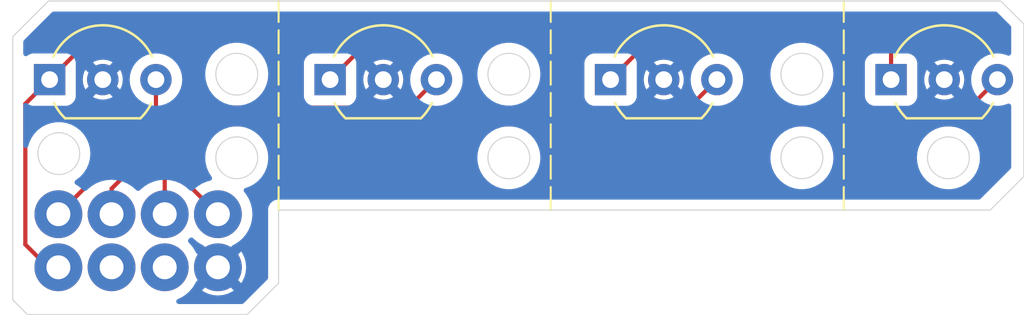
<source format=kicad_pcb>
(kicad_pcb (version 20240108) (generator "pcbnew") (generator_version "8.0")
  (layers (0 "F.Cu" signal) (31 "B.Cu" signal) (34 "B.Paste" user) (35 "F.Paste" user) (36 "B.SilkS" user "B.Silkscreen") (37 "F.SilkS" user "F.Silkscreen") (38 "B.Mask" user) (39 "F.Mask" user) (44 "Edge.Cuts" user))
  (net 0 "")
  (net 1 "+3.3V")
  (net 2 "Net-(J1-Pin_7)")
  (net 3 "Net-(J1-Pin_5)")
  (net 4 "Net-(J1-Pin_6)")
  (net 7 "GND")
  (net 8 "Net-(J1-Pin_8)")
  (footprint "Package_TO_SOT_THT:TO-92_Inline_Wide" (layer "F.Cu") (at 21.06 22.76)
    (property "Reference" "U4" (hide yes))
    (property "Value" "DRV5055A1xLPGxQ1" (hide yes))
    (fp_line (start 0.74 1.850001) (end 4.34 1.85) (stroke (width 0.12)) (layer "F.SilkS"))
    (fp_arc (start 0.1836 -1.098807) (mid 1.143021 -2.192817) (end 2.54 -2.6) (stroke (width 0.12)) (layer "F.SilkS"))
    (fp_arc (start 0.74 1.850001) (mid 0.446097 1.509328) (end 0.215816 1.122795) (stroke (width 0.12)) (layer "F.SilkS"))
    (fp_arc (start 2.54 -2.6) (mid 3.936979 -2.192818) (end 4.896401 -1.098807) (stroke (width 0.12)) (layer "F.SilkS"))
    (fp_arc (start 4.864184 1.122794) (mid 4.633903 1.509327) (end 4.34 1.85) (stroke (width 0.12)) (layer "F.SilkS"))
    (pad "1" thru_hole rect (at 0 0) (size 1.5 1.5) (drill 0.8) (layers "*.Cu" "*.Mask") (net 1 "+3.3V"))
    (pad "2" thru_hole circle (at 2.54 0) (size 1.5 1.5) (drill 0.8) (layers "*.Cu" "*.Mask") (net 7 "GND"))
    (pad "3" thru_hole circle (at 5.079999 0) (size 1.5 1.5) (drill 0.8) (layers "*.Cu" "*.Mask") (net 8 "Net-(J1-Pin_8)"))
  )
  (footprint "Package_TO_SOT_THT:TO-92_Inline_Wide" (layer "F.Cu") (at 34.46 22.76)
    (property "Reference" "U3" (hide yes))
    (property "Value" "DRV5055A1xLPGxQ1" (hide yes))
    (fp_line (start 0.74 1.850001) (end 4.34 1.85) (stroke (width 0.12)) (layer "F.SilkS"))
    (fp_arc (start 0.1836 -1.098807) (mid 1.143021 -2.192817) (end 2.54 -2.6) (stroke (width 0.12)) (layer "F.SilkS"))
    (fp_arc (start 0.74 1.850001) (mid 0.446097 1.509328) (end 0.215816 1.122795) (stroke (width 0.12)) (layer "F.SilkS"))
    (fp_arc (start 2.54 -2.6) (mid 3.936979 -2.192818) (end 4.896401 -1.098807) (stroke (width 0.12)) (layer "F.SilkS"))
    (fp_arc (start 4.864184 1.122794) (mid 4.633903 1.509327) (end 4.34 1.85) (stroke (width 0.12)) (layer "F.SilkS"))
    (pad "1" thru_hole rect (at 0 0) (size 1.5 1.5) (drill 0.8) (layers "*.Cu" "*.Mask") (net 1 "+3.3V"))
    (pad "2" thru_hole circle (at 2.54 0) (size 1.5 1.5) (drill 0.8) (layers "*.Cu" "*.Mask") (net 7 "GND"))
    (pad "3" thru_hole circle (at 5.079999 0) (size 1.5 1.5) (drill 0.8) (layers "*.Cu" "*.Mask") (net 2 "Net-(J1-Pin_7)"))
  )
  (footprint "Package_TO_SOT_THT:TO-92_Inline_Wide" (layer "F.Cu") (at 61.26 22.76)
    (property "Reference" "U1" (hide yes))
    (property "Value" "DRV5055A1xLPGxQ1" (hide yes))
    (fp_line (start 0.74 1.850001) (end 4.34 1.85) (stroke (width 0.12)) (layer "F.SilkS"))
    (fp_arc (start 0.1836 -1.098807) (mid 1.143021 -2.192817) (end 2.54 -2.6) (stroke (width 0.12)) (layer "F.SilkS"))
    (fp_arc (start 0.74 1.850001) (mid 0.446097 1.509328) (end 0.215816 1.122795) (stroke (width 0.12)) (layer "F.SilkS"))
    (fp_arc (start 2.54 -2.6) (mid 3.936979 -2.192818) (end 4.896401 -1.098807) (stroke (width 0.12)) (layer "F.SilkS"))
    (fp_arc (start 4.864184 1.122794) (mid 4.633903 1.509327) (end 4.34 1.85) (stroke (width 0.12)) (layer "F.SilkS"))
    (pad "1" thru_hole rect (at 0 0) (size 1.5 1.5) (drill 0.8) (layers "*.Cu" "*.Mask") (net 1 "+3.3V"))
    (pad "2" thru_hole circle (at 2.54 0) (size 1.5 1.5) (drill 0.8) (layers "*.Cu" "*.Mask") (net 7 "GND"))
    (pad "3" thru_hole circle (at 5.079999 0) (size 1.5 1.5) (drill 0.8) (layers "*.Cu" "*.Mask") (net 3 "Net-(J1-Pin_5)"))
  )
  (footprint "Package_TO_SOT_THT:TO-92_Inline_Wide" (layer "F.Cu") (at 47.86 22.76)
    (property "Reference" "U2" (hide yes))
    (property "Value" "DRV5055A1xLPGxQ1" (hide yes))
    (fp_line (start 0.74 1.850001) (end 4.34 1.85) (stroke (width 0.12)) (layer "F.SilkS"))
    (fp_arc (start 0.1836 -1.098807) (mid 1.143021 -2.192817) (end 2.54 -2.6) (stroke (width 0.12)) (layer "F.SilkS"))
    (fp_arc (start 0.74 1.850001) (mid 0.446097 1.509328) (end 0.215816 1.122795) (stroke (width 0.12)) (layer "F.SilkS"))
    (fp_arc (start 2.54 -2.6) (mid 3.936979 -2.192818) (end 4.896401 -1.098807) (stroke (width 0.12)) (layer "F.SilkS"))
    (fp_arc (start 4.864184 1.122794) (mid 4.633903 1.509327) (end 4.34 1.85) (stroke (width 0.12)) (layer "F.SilkS"))
    (pad "1" thru_hole rect (at 0 0) (size 1.5 1.5) (drill 0.8) (layers "*.Cu" "*.Mask") (net 1 "+3.3V"))
    (pad "2" thru_hole circle (at 2.54 0) (size 1.5 1.5) (drill 0.8) (layers "*.Cu" "*.Mask") (net 7 "GND"))
    (pad "3" thru_hole circle (at 5.079999 0) (size 1.5 1.5) (drill 0.8) (layers "*.Cu" "*.Mask") (net 4 "Net-(J1-Pin_6)"))
  )
  (footprint "mine:Conn_02x04_2.54mm_pin" (layer "F.Cu") (at 18.940001 24.12)
    (property "Reference" "J1" (hide yes))
    (property "Value" "Conn_02x04_Counter_Clockwise" (hide yes))
    (pad "1" thru_hole circle (at 2.54 7.62) (size 2.286 2.286) (drill 1.143) (layers "*.Cu" "*.Mask") (net 1 "+3.3V"))
    (pad "2" thru_hole circle (at 5.08 7.62) (size 2.286 2.286) (drill 1.143) (layers "*.Cu" "*.Mask"))
    (pad "3" thru_hole circle (at 7.62 7.62) (size 2.286 2.286) (drill 1.143) (layers "*.Cu" "*.Mask"))
    (pad "4" thru_hole circle (at 10.16 7.62) (size 2.286 2.286) (drill 1.143) (layers "*.Cu" "*.Mask") (net 7 "GND"))
    (pad "5" thru_hole circle (at 10.159999 5.08) (size 2.286 2.286) (drill 1.143) (layers "*.Cu" "*.Mask") (net 3 "Net-(J1-Pin_5)"))
    (pad "6" thru_hole circle (at 7.62 5.08) (size 2.286 2.286) (drill 1.143) (layers "*.Cu" "*.Mask") (net 4 "Net-(J1-Pin_6)"))
    (pad "7" thru_hole circle (at 5.08 5.08) (size 2.286 2.286) (drill 1.143) (layers "*.Cu" "*.Mask") (net 2 "Net-(J1-Pin_7)"))
    (pad "8" thru_hole circle (at 2.54 5.08) (size 2.286 2.286) (drill 1.143) (layers "*.Cu" "*.Mask") (net 8 "Net-(J1-Pin_8)"))
  )
  (gr_line (start 32 29) (end 32 19) (stroke (width 0.1) (type dash)) (layer "F.SilkS"))
  (gr_line (start 45 29) (end 45 19) (stroke (width 0.1) (type dash)) (layer "F.SilkS"))
  (gr_line (start 59 29) (end 59 19) (stroke (width 0.1) (type dash)) (layer "F.SilkS"))
  (gr_circle (center 30 26.5) (end 31 26.5) (stroke (width 0.05)) (fill none) (layer "Edge.Cuts"))
  (gr_circle (center 57 22.5) (end 58 22.5) (stroke (width 0.05)) (fill none) (layer "Edge.Cuts"))
  (gr_circle (center 43 26.5) (end 44 26.5) (stroke (width 0.05)) (fill none) (layer "Edge.Cuts"))
  (gr_circle (center 64 26.5) (end 65 26.5) (stroke (width 0.05)) (fill none) (layer "Edge.Cuts"))
  (gr_circle (center 43 22.5) (end 44 22.5) (stroke (width 0.05)) (fill none) (layer "Edge.Cuts"))
  (gr_circle (center 30 22.5) (end 31 22.5) (stroke (width 0.05)) (fill none) (layer "Edge.Cuts"))
  (gr_circle (center 21.5 26.3) (end 22.5 26.3) (stroke (width 0.05)) (fill none) (layer "Edge.Cuts"))
  (gr_circle (center 57 26.5) (end 58 26.5) (stroke (width 0.05)) (fill none) (layer "Edge.Cuts"))
  (gr_poly (pts (xy 19.3 20.7) (xy 21 19) (xy 66.5 19) (xy 67.6 20.1) (xy 67.6 27.4) (xy 66 29) (xy 32 29) (xy 32 32.5) (xy 30.5 34) (xy 20 34) (xy 19.3 33.3)) (stroke (width 0.05)) (fill none) (layer "Edge.Cuts"))
  (segment (start 21.0135 31.7635) (end 19.9 30.65) (width 0.2) (layer "F.Cu") (net 1))
  (segment (start 21.06 22.76) (end 23.82 20) (width 0.2) (layer "F.Cu") (net 1))
  (segment (start 37.5 20) (end 37.9 20) (width 0.2) (layer "F.Cu") (net 1))
  (segment (start 19.9 30.65) (end 19.9 23.92) (width 0.2) (layer "F.Cu") (net 1))
  (segment (start 34.46 22.26) (end 34.46 22.76) (width 0.2) (layer "F.Cu") (net 1))
  (segment (start 37.22 20) (end 37.5 20) (width 0.2) (layer "F.Cu") (net 1))
  (segment (start 61.26 21.06) (end 60.2 20) (width 0.2) (layer "F.Cu") (net 1))
  (segment (start 60.2 20) (end 50.6 20) (width 0.2) (layer "F.Cu") (net 1))
  (segment (start 23.82 20) (end 37.5 20) (width 0.2) (layer "F.Cu") (net 1))
  (segment (start 47.86 22.76) (end 47.86 22.74) (width 0.2) (layer "F.Cu") (net 1))
  (segment (start 19.9 23.92) (end 21.06 22.76) (width 0.2) (layer "F.Cu") (net 1))
  (segment (start 50.6 20) (end 37.9 20) (width 0.2) (layer "F.Cu") (net 1))
  (segment (start 34.46 22.76) (end 37.22 20) (width 0.2) (layer "F.Cu") (net 1))
  (segment (start 61.26 22.76) (end 61.26 21.06) (width 0.2) (layer "F.Cu") (net 1))
  (segment (start 47.86 22.74) (end 50.6 20) (width 0.2) (layer "F.Cu") (net 1))
  (segment (start 24.020001 27.979999) (end 24.020001 29.2) (width 0.2) (layer "F.Cu") (net 2))
  (segment (start 23.5535 29.2235) (end 23.5535 28.4465) (width 0.2) (layer "F.Cu") (net 2))
  (segment (start 38.199999 24.1) (end 27.9 24.1) (width 0.2) (layer "F.Cu") (net 2))
  (segment (start 27.9 24.1) (end 24.020001 27.979999) (width 0.2) (layer "F.Cu") (net 2))
  (segment (start 39.539999 22.76) (end 38.199999 24.1) (width 0.2) (layer "F.Cu") (net 2))
  (segment (start 28.633499 29.2235) (end 28.633499 28.533499) (width 0.2) (layer "F.Cu") (net 3))
  (segment (start 27.265686 27.365686) (end 29.1 29.2) (width 0.2) (layer "F.Cu") (net 3))
  (segment (start 66.339999 22.76) (end 64.199999 24.9) (width 0.2) (layer "F.Cu") (net 3))
  (segment (start 28.231372 24.9) (end 27.265686 25.865686) (width 0.2) (layer "F.Cu") (net 3))
  (segment (start 64.199999 24.9) (end 28.231372 24.9) (width 0.2) (layer "F.Cu") (net 3))
  (segment (start 27.265686 25.865686) (end 27.265686 27.365686) (width 0.2) (layer "F.Cu") (net 3))
  (segment (start 26.560001 26.005685) (end 28.065686 24.5) (width 0.2) (layer "F.Cu") (net 4))
  (segment (start 26.0935 29.2235) (end 26.1 29.217) (width 0.2) (layer "F.Cu") (net 4))
  (segment (start 28.065686 24.5) (end 51.199999 24.5) (width 0.2) (layer "F.Cu") (net 4))
  (segment (start 26.560001 29.2) (end 26.560001 26.005685) (width 0.2) (layer "F.Cu") (net 4))
  (segment (start 51.199999 24.5) (end 52.939999 22.76) (width 0.2) (layer "F.Cu") (net 4))
  (segment (start 26.139999 22.76) (end 26.139999 24.540002) (width 0.2) (layer "F.Cu") (net 8))
  (segment (start 26.139999 24.540002) (end 21.480001 29.2) (width 0.2) (layer "F.Cu") (net 8))
  (zone (net 7) (net_name "GND") (layer "B.Cu") (connect_pads (clearance 0.5)) (min_thickness 0.25) (fill yes (thermal_gap 0.2) (thermal_bridge_width 0.5))
    (polygon (pts (xy 21 19.5) (xy 66.5 19.5) (xy 67 20) (xy 67 27) (xy 65.5 28.5) (xy 32 28.5) (xy 32 32) (xy 30 34) (xy 20.5 34) (xy 19.5 32.5) (xy 19.5 21)))
  )
)
</source>
